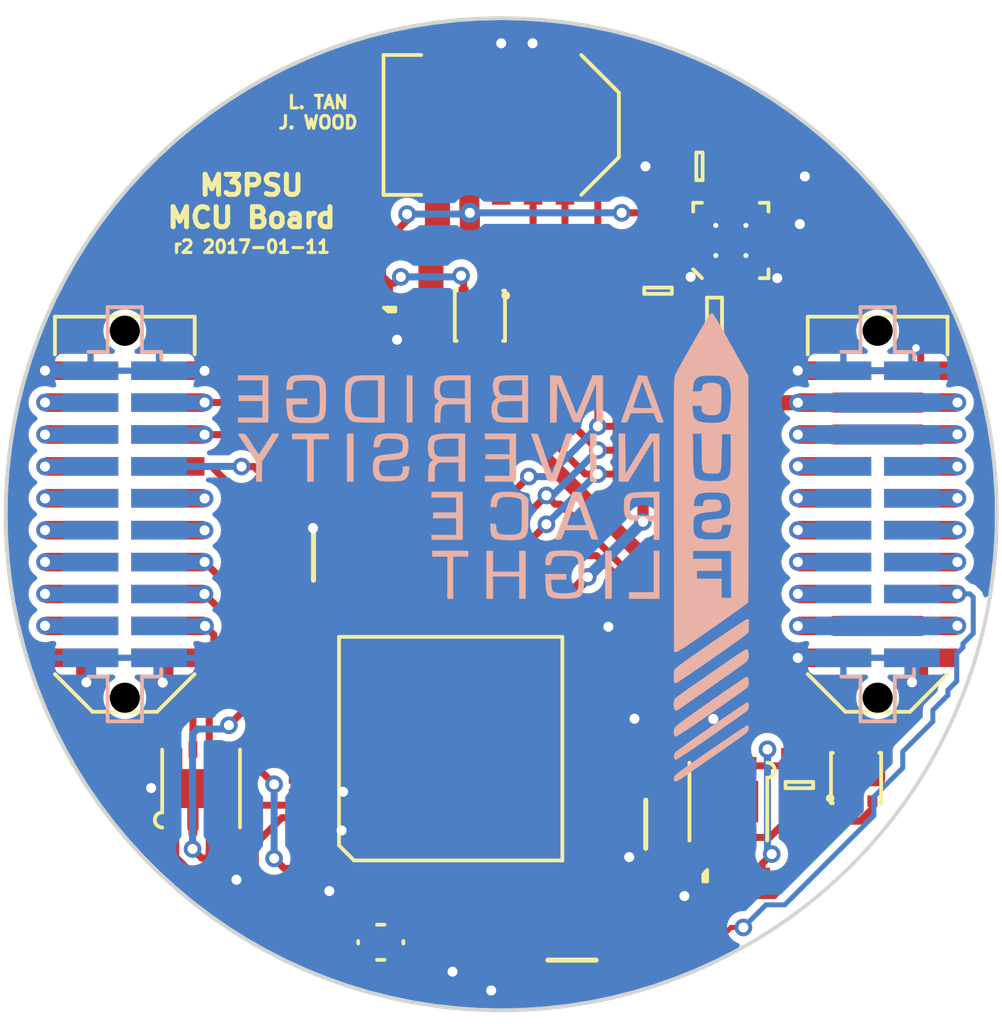
<source format=kicad_pcb>
(kicad_pcb (version 20221018) (generator pcbnew)
  (title_block (title "M3PSU - MCU Board") (date "2016-06-29") (rev "1") (company "CU Spaceflight") (comment 1 "Drawn by: Levin Tan, Jamie Wood"))
  (layers (0 "F.Cu" signal) (31 "B.Cu" signal) (34 "B.Paste" user) (35 "F.Paste" user) (36 "B.SilkS" user "B.Silkscreen") (37 "F.SilkS" user "F.Silkscreen") (38 "B.Mask" user) (39 "F.Mask" user) (44 "Edge.Cuts" user))
  (net 0 "")
  (net 1 "GND")
  (net 2 "Net-(C1-Pad2)")
  (net 3 "Net-(C2-Pad1)")
  (net 4 "3v3")
  (net 5 "Net-(C10-Pad1)")
  (net 6 "Net-(C11-Pad1)")
  (net 7 "Net-(C13-Pad1)")
  (net 8 "/5v_CAN")
  (net 9 "VBATT")
  (net 10 "Net-(IC1-Pad6)")
  (net 11 "/SDA")
  (net 12 "/SCL")
  (net 13 "/~{ALERT}")
  (net 14 "/JTMS")
  (net 15 "/JTCK")
  (net 16 "/JTDI")
  (net 17 "/JTDO")
  (net 18 "/CAN_RXD")
  (net 19 "/CAN_TXD")
  (net 20 "Net-(IC2-Pad1)")
  (net 21 "/CAN-")
  (net 22 "/CAN+")
  (net 23 "VCC")
  (net 24 "Net-(IC5-Pad10)")
  (net 25 "/3v3_IMU")
  (net 26 "/3v3_RADIO")
  (net 27 "/3v3_FC")
  (net 28 "/3v3_PYRO")
  (net 29 "/JTDR")
  (net 30 "/3v3_DL")
  (net 31 "/RSVD1")
  (net 32 "/3v3_AUX1")
  (net 33 "/3v3_AUX2")
  (net 34 "/RSVD2")
  (net 35 "/PYRO_SO")
  (net 36 "/PYRO_SI")
  (net 37 "/5v_RADIO")
  (net 38 "/PYRO1")
  (net 39 "/5v_IMU")
  (net 40 "/5v_AUX1")
  (net 41 "/5v_AUX2")
  (net 42 "/5v_CAM")
  (net 43 "/PWR")
  (net 44 "/EN_PYRO")
  (net 45 "/PYRO2")
  (net 46 "/PYRO3")
  (net 47 "/PYRO4")
  (net 48 "Net-(Q8-PadG)")
  (net 49 "/~{WAKE}")
  (net 50 "/EN_POWER")
  (net 51 "Net-(Q1-PadG)")
  (net 52 "/CHARGE")
  (footprint "agg:0402" (layer "F.Cu") (at 97.34 117.76 90)
    (fp_text reference "C1")
    (fp_text value "10p")
  )
  (footprint "agg:0402" (layer "F.Cu") (at 93.15 116.82 90)
    (fp_text reference "C2")
    (fp_text value "10p")
  )
  (footprint "agg:0402" (layer "F.Cu") (at 106.23 112.34 90)
    (fp_text reference "C3")
    (fp_text value "4µ7")
  )
  (footprint "agg:0402" (layer "F.Cu") (at 105.3 104.94 -90)
    (fp_text reference "C4")
    (fp_text value "100n")
  )
  (footprint "agg:0402" (layer "F.Cu") (at 91.94 114.55 90)
    (fp_text reference "C5")
    (fp_text value "100n")
  )
  (footprint "agg:0402" (layer "F.Cu") (at 100.05 116.88)
    (fp_text reference "C6")
    (fp_text value "1µ")
  )
  (footprint "agg:0402" (layer "F.Cu") (at 105.29 112.34 90)
    (fp_text reference "C7")
    (fp_text value "100n")
  )
  (footprint "agg:0402" (layer "F.Cu") (at 91.92 101.69 -90)
    (fp_text reference "C8")
    (fp_text value "100n")
  )
  (footprint "agg:0402" (layer "F.Cu") (at 100.05 118.08)
    (fp_text reference "C9")
    (fp_text value "100n")
  )
  (footprint "agg:0402" (layer "F.Cu") (at 93.13 101.69 90)
    (fp_text reference "C10")
    (fp_text value "2µ2")
  )
  (footprint "agg:0402" (layer "F.Cu") (at 105.3 106.86 -90)
    (fp_text reference "C11")
    (fp_text value "2µ2")
  )
  (footprint "agg:0805" (layer "F.Cu") (at 107.9 86.15 180)
    (fp_text reference "C12")
    (fp_text value "22µ")
  )
  (footprint "agg:0402" (layer "F.Cu") (at 111.95 87.5)
    (fp_text reference "C13")
    (fp_text value "3n3")
  )
  (footprint "agg:0805" (layer "F.Cu") (at 106.25 91.1 90)
    (fp_text reference "C14")
    (fp_text value "22µ")
  )
  (footprint "agg:0402" (layer "F.Cu") (at 88.98 113.69)
    (fp_text reference "C16")
    (fp_text value "100n")
  )
  (footprint "agg:LQFP-64" (layer "F.Cu") (at 97.986 109.332 90)
    (fp_text reference "IC1")
    (fp_text value "STM32F405RxTx")
  )
  (footprint "agg:QFN-16-EP-TI" (layer "F.Cu") (at 109.15 89.1 90)
    (fp_text reference "IC2")
    (fp_text value "TPS62152")
  )
  (footprint "agg:DFN-8-EP-MICROCHIP" (layer "F.Cu") (at 88.04 110.92 90)
    (fp_text reference "IC3")
    (fp_text value "MCP2562")
  )
  (footprint "agg:DFN-10-EP-LT" (layer "F.Cu") (at 109.05 111.44 -90)
    (fp_text reference "IC5")
    (fp_text value "LTC4151")
  )
  (footprint "agg:TFML-110-02-L-D" (layer "F.Cu") (at 85 100 -90)
    (fp_text reference "J1")
    (fp_text value "WEST TOP")
  )
  (footprint "agg:TFML-105-02-L-D" (layer "F.Cu") (at 100 84.5)
    (fp_text reference "J3")
    (fp_text value "NORTH TOP")
  )
  (footprint "agg:TFML-110-02-L-D" (layer "F.Cu") (at 115 100 -90)
    (fp_text reference "J4")
    (fp_text value "EAST TOP")
  )
  (footprint "agg:VLS201610HBX-1" (layer "F.Cu") (at 108.5 92.1 180)
    (fp_text reference "L1")
    (fp_text value "3µ3")
  )
  (footprint "agg:SOT-883-B" (layer "F.Cu") (at 108.13 114.39 -90)
    (fp_text reference "Q9")
    (fp_text value "NFET")
  )
  (footprint "agg:0402" (layer "F.Cu") (at 97.7 116.39 180)
    (fp_text reference "R3")
    (fp_text value "100")
  )
  (footprint "agg:0402" (layer "F.Cu") (at 105.2 98.4 180)
    (fp_text reference "R7")
    (fp_text value "4k7")
  )
  (footprint "agg:0402" (layer "F.Cu") (at 105.2 97.45 180)
    (fp_text reference "R8")
    (fp_text value "4k7")
  )
  (footprint "agg:0402" (layer "F.Cu") (at 105.2 96.5 180)
    (fp_text reference "R10")
    (fp_text value "4k7")
  )
  (footprint "agg:0805" (layer "F.Cu") (at 111.88 110.78 -90)
    (fp_text reference "R15")
    (fp_text value "10m")
  )
  (footprint "agg:0402" (layer "F.Cu") (at 109.95 114.38 180)
    (fp_text reference "R16")
    (fp_text value "33k")
  )
  (footprint "agg:XTAL-20x16" (layer "F.Cu") (at 95.2 117.04 -90)
    (fp_text reference "Y1")
    (fp_text value "26M")
  )
  (footprint "agg:0402" (layer "F.Cu") (at 110.7 86.55)
    (fp_text reference "C19")
    (fp_text value "100n")
  )
  (footprint "agg:0402" (layer "F.Cu") (at 108.95 108.95 180)
    (fp_text reference "C20")
    (fp_text value "100n")
  )
  (footprint "agg:SON2x2" (layer "F.Cu") (at 114.14 110.5)
    (fp_text reference "Q8")
    (fp_text value "PFET")
  )
  (footprint "agg:0402" (layer "F.Cu") (at 106.25 114.75 -90)
    (fp_text reference "R23")
    (fp_text value "33k")
  )
  (footprint "agg:SON2x2" (layer "F.Cu") (at 99.15 92.1 180)
    (fp_text reference "Q1")
    (fp_text value "PFET")
  )
  (footprint "agg:SOT-883-B" (layer "F.Cu") (at 95.55 91.85)
    (fp_text reference "Q2")
    (fp_text value "NFET")
  )
  (footprint "agg:0402" (layer "F.Cu") (at 102.8 118.25)
    (fp_text reference "R1")
    (fp_text value "100k")
  )
  (footprint "agg:0402" (layer "F.Cu") (at 102.8 117.25)
    (fp_text reference "R2")
    (fp_text value "100k")
  )
  (footprint "agg:0402" (layer "F.Cu") (at 95.1 89.9 -90)
    (fp_text reference "R4")
    (fp_text value "33k")
  )
  (footprint "agg:0402" (layer "F.Cu") (at 95.35 94.05)
    (fp_text reference "R5")
    (fp_text value "33k")
  )
  (footprint "agg:SFML-110-02-L-D-LC" (layer "B.Cu") (at 85 100 -90)
    (fp_text reference "J2")
    (fp_text value "WEST BOT")
  )
  (footprint "agg:SFML-110-02-L-D-LC" (layer "B.Cu") (at 115 100 -90)
    (fp_text reference "J5")
    (fp_text value "EAST BOT")
  )
  (footprint "m3psu:cusf_logo_full" (layer "B.Cu") (at 99.7 101.3 180)
    (fp_text reference "G***" hide)
    (fp_text value "LOGO" hide)
  )
  (gr_line (start 101.86 117.75) (end 103.78 117.75) (stroke (width 0.2)) (layer "F.SilkS"))
  (gr_line (start 92.52 100.73) (end 92.52 102.63) (stroke (width 0.2)) (layer "F.SilkS"))
  (gr_line (start 105.76 111.38) (end 105.76 113.3) (stroke (width 0.2)) (layer "F.SilkS"))
  (gr_circle (center 100 100) (end 119.75 100) (stroke (width 0.15)) (fill none) (layer "Edge.Cuts"))
  (gr_text "M3PSU\nMCU Board" (at 90.05 87.55) (layer "F.SilkS") (effects (font (size 0.8 0.8) (thickness 0.2))))
  (gr_text "r2 2017-01-11" (at 90.05 89.35) (layer "F.SilkS") (effects (font (size 0.5 0.5) (thickness 0.125))))
  (gr_text "L. TAN\nJ. WOOD" (at 92.7 84) (layer "F.SilkS") (effects (font (size 0.5 0.5) (thickness 0.125))))
  (segment (start 87.065 110.545) (end 87.44 110.92) (width 0.45) (layer "F.Cu") (net 1))
  (segment (start 87.715 111.245) (end 88.04 110.92) (width 0.45) (layer "F.Cu") (net 1))
  (segment (start 97.05 118.21) (end 96.455 117.615) (width 0.28) (layer "F.Cu") (net 1))
  (segment (start 96.455 117.615) (end 95.925 117.615) (width 0.28) (layer "F.Cu") (net 1))
  (segment (start 91.94 115.16) (end 91.94 115) (width 0.28) (layer "F.Cu") (net 1))
  (segment (start 105.082 112.582) (end 105.29 112.79) (width 0.28) (layer "F.Cu") (net 1))
  (segment (start 88.175 94.285) (end 88.18 94.29) (width 0.28) (layer "F.Cu") (net 1))
  (segment (start 93.632 112.582) (end 93.64 112.59) (width 0.28) (layer "F.Cu") (net 1))
  (segment (start 81.825 94.285) (end 81.82 94.28) (width 0.28) (layer "F.Cu") (net 1))
  (segment (start 111.825 105.715) (end 111.82 105.72) (width 0.28) (layer "F.Cu") (net 1))
  (segment (start 111.825 94.285) (end 111.82 94.28) (width 0.28) (layer "F.Cu") (net 1))
  (segment (start 116.715 93.565) (end 116.53 93.38) (width 0.28) (layer "F.Cu") (net 1))
  (segment (start 104.28 104.49) (end 104.27 104.48) (width 0.28) (layer "F.Cu") (net 1))
  (segment (start 105.3 108.13) (end 105.31 108.14) (width 0.28) (layer "F.Cu") (net 1))
  (segment (start 108.55 110.94) (end 109.05 111.44) (width 0.28) (layer "F.Cu") (net 1))
  (segment (start 109.55 111.94) (end 109.05 111.44) (width 0.28) (layer "F.Cu") (net 1))
  (segment (start 86.51 106.7) (end 86.715 106.495) (width 0.45) (layer "F.Cu") (net 1))
  (segment (start 86.715 106.495) (end 86.715 105.715) (width 0.45) (layer "F.Cu") (net 1))
  (segment (start 83.285 106.505) (end 83.47 106.69) (width 0.45) (layer "F.Cu") (net 1))
  (segment (start 116.37 106.69) (end 116.715 106.345) (width 0.6) (layer "F.Cu") (net 1))
  (segment (start 116.715 106.345) (end 116.715 105.715) (width 0.6) (layer "F.Cu") (net 1))
  (segment (start 97.34 118.21) (end 97.05 118.21) (width 0.28) (layer "F.Cu") (net 1))
  (segment (start 87.715 112.47) (end 87.715 111.245) (width 0.45) (layer "F.Cu") (net 1))
  (segment (start 107.75 89.35) (end 107.75 89.85) (width 0.2) (layer "F.Cu") (net 1))
  (segment (start 116.715 94.285) (end 113.285 94.285) (width 0.28) (layer "F.Cu") (net 1))
  (segment (start 107.78 114.615) (end 107.38 114.615) (width 0.2) (layer "F.Cu") (net 1))
  (segment (start 89.43 114.53) (end 89.45 114.55) (width 0.28) (layer "F.Cu") (net 1))
  (segment (start 105.29 112.79) (end 106.23 112.79) (width 0.28) (layer "F.Cu") (net 1))
  (segment (start 99.736 115.032) (end 99.736 116.744) (width 0.28) (layer "F.Cu") (net 1))
  (segment (start 99.6 116.88) (end 99.6 118.08) (width 0.28) (layer "F.Cu") (net 1))
  (segment (start 111.15 86.55) (end 112.1 86.55) (width 0.28) (layer "F.Cu") (net 1))
  (segment (start 107.38 114.615) (end 107.3 114.695) (width 0.2) (layer "F.Cu") (net 1))
  (segment (start 107.75 89.85) (end 106.6 89.85) (width 0.2) (layer "F.Cu") (net 1))
  (segment (start 110.55 89.85) (end 110.55 90.15) (width 0.28) (layer "F.Cu") (net 1))
  (segment (start 99.736 116.744) (end 99.6 116.88) (width 0.28) (layer "F.Cu") (net 1))
  (segment (start 94.475 116.465) (end 93.245 116.465) (width 0.28) (layer "F.Cu") (net 1))
  (segment (start 112.4 87.95) (end 111.9 88.45) (width 0.28) (layer "F.Cu") (net 1))
  (segment (start 108.55 109) (end 108.5 108.95) (width 0.28) (layer "F.Cu") (net 1))
  (segment (start 108.55 110.015) (end 108.55 109) (width 0.28) (layer "F.Cu") (net 1))
  (segment (start 92.286 112.582) (end 93.632 112.582) (width 0.28) (layer "F.Cu") (net 1))
  (segment (start 89.43 113.69) (end 89.43 114.53) (width 0.28) (layer "F.Cu") (net 1))
  (segment (start 99.6 118.08) (end 99.6 118.96) (width 0.28) (layer "F.Cu") (net 1))
  (segment (start 105.3 104.49) (end 104.28 104.49) (width 0.28) (layer "F.Cu") (net 1))
  (segment (start 87.065 109.37) (end 87.065 110.545) (width 0.45) (layer "F.Cu") (net 1))
  (segment (start 105.29 112.79) (end 105.29 113.46) (width 0.28) (layer "F.Cu") (net 1))
  (segment (start 113.285 105.715) (end 111.825 105.715) (width 0.6) (layer "F.Cu") (net 1))
  (segment (start 95.8 94.05) (end 95.8 93.1) (width 0.28) (layer "F.Cu") (net 1))
  (segment (start 101.27 81.27) (end 101.25 81.25) (width 0.8) (layer "F.Cu") (net 1))
  (segment (start 83.285 94.285) (end 81.825 94.285) (width 0.6) (layer "F.Cu") (net 1))
  (segment (start 92.286 111.082) (end 93.668 111.082) (width 0.28) (layer "F.Cu") (net 1))
  (segment (start 113.285 94.285) (end 111.825 94.285) (width 0.6) (layer "F.Cu") (net 1))
  (segment (start 116.715 94.285) (end 116.715 93.565) (width 0.28) (layer "F.Cu") (net 1))
  (segment (start 91.94 115) (end 93.15 115) (width 0.28) (layer "F.Cu") (net 1))
  (segment (start 95.775 92.975) (end 95.85 93.05) (width 0.28) (layer "F.Cu") (net 1))
  (segment (start 110.55 90.15) (end 111 90.6) (width 0.28) (layer "F.Cu") (net 1))
  (segment (start 97.34 118.21) (end 98.06 118.21) (width 0.28) (layer "F.Cu") (net 1))
  (segment (start 106.25 115.2) (end 107.3 115.2) (width 0.28) (layer "F.Cu") (net 1))
  (segment (start 106.6 89.85) (end 106.25 90.2) (width 0.2) (layer "F.Cu") (net 1))
  (segment (start 108.55 110.015) (end 109.05 110.015) (width 0.28) (layer "F.Cu") (net 1))
  (segment (start 83.285 105.715) (end 83.285 106.505) (width 0.45) (layer "F.Cu") (net 1))
  (segment (start 112.4 87.5) (end 112.4 87.95) (width 0.28) (layer "F.Cu") (net 1))
  (segment (start 108.5 108.2) (end 108.45 108.15) (width 0.28) (layer "F.Cu") (net 1))
  (segment (start 109.55 112.865) (end 109.55 111.94) (width 0.28) (layer "F.Cu") (net 1))
  (segment (start 101.27 82.785) (end 100 82.785) (width 0.8) (layer "F.Cu") (net 1))
  (segment (start 111.8 88.35) (end 111.9 88.45) (width 0.28) (layer "F.Cu") (net 1))
  (segment (start 106.25 90.2) (end 107.2 90.2) (width 0.2) (layer "F.Cu") (net 1))
  (segment (start 107.2 90.2) (end 107.55 90.55) (width 0.2) (layer "F.Cu") (net 1))
  (segment (start 105.29 113.46) (end 105.1 113.65) (width 0.28) (layer "F.Cu") (net 1))
  (segment (start 86.07 110.92) (end 86.05 110.9) (width 0.45) (layer "F.Cu") (net 1))
  (segment (start 107.3 114.695) (end 107.3 115.2) (width 0.2) (layer "F.Cu") (net 1))
  (segment (start 107 86.15) (end 105.75 86.15) (width 0.45) (layer "F.Cu") (net 1))
  (segment (start 93.668 111.082) (end 93.7 111.05) (width 0.28) (layer "F.Cu") (net 1))
  (segment (start 95.8 93.1) (end 95.85 93.05) (width 0.28) (layer "F.Cu") (net 1))
  (segment (start 93.15 115) (end 93.15 116.37) (width 0.28) (layer "F.Cu") (net 1))
  (segment (start 88.04 110.92) (end 86.07 110.92) (width 0.45) (layer "F.Cu") (net 1))
  (segment (start 100 82.785) (end 100 81.25) (width 0.8) (layer "F.Cu") (net 1))
  (segment (start 105.3 107.31) (end 105.3 108.13) (width 0.28) (layer "F.Cu") (net 1))
  (segment (start 95.775 92.2) (end 95.775 92.975) (width 0.28) (layer "F.Cu") (net 1))
  (segment (start 110.55 88.35) (end 111.8 88.35) (width 0.28) (layer "F.Cu") (net 1))
  (segment (start 112.1 86.55) (end 112.4 86.85) (width 0.28) (layer "F.Cu") (net 1))
  (segment (start 112.4 86.85) (end 112.4 87.5) (width 0.28) (layer "F.Cu") (net 1))
  (segment (start 91.92 101.24) (end 91.92 101.13) (width 0.28) (layer "F.Cu") (net 1))
  (segment (start 101.27 82.785) (end 101.27 81.27) (width 0.8) (layer "F.Cu") (net 1))
  (segment (start 86.715 94.285) (end 88.175 94.285) (width 0.6) (layer "F.Cu") (net 1))
  (segment (start 108.55 110.015) (end 108.05 110.015) (width 0.28) (layer "F.Cu") (net 1))
  (segment (start 108.5 108.95) (end 108.5 108.2) (width 0.28) (layer "F.Cu") (net 1))
  (segment (start 108.55 110.015) (end 108.55 110.94) (width 0.28) (layer "F.Cu") (net 1))
  (segment (start 100 82.785) (end 100 83.8) (width 0.2) (layer "F.Cu") (net 1))
  (segment (start 91.92 101.24) (end 93.13 101.24) (width 0.28) (layer "F.Cu") (net 1))
  (segment (start 103.686 112.582) (end 105.082 112.582) (width 0.28) (layer "F.Cu") (net 1))
  (segment (start 110.55 89.35) (end 110.55 89.85) (width 0.28) (layer "F.Cu") (net 1))
  (segment (start 91.92 101.13) (end 92.5 100.55) (width 0.28) (layer "F.Cu") (net 1))
  (via (at 105.31 108.14) (size 0.7) (drill 0.4) (layers "F.Cu" "B.Cu") (net 1))
  (via (at 88.18 94.29) (size 0.7) (drill 0.4) (layers "F.Cu" "B.Cu") (net 1))
  (via (at 111.9 88.45) (size 0.7) (drill 0.4) (layers "F.Cu" "B.Cu") (net 1))
  (via (at 89.45 114.55) (size 0.7) (drill 0.4) (layers "F.Cu" "B.Cu") (net 1))
  (via (at 83.47 106.69) (size 0.7) (drill 0.4) (layers "F.Cu" "B.Cu") (net 1))
  (via (at 112.1 86.55) (size 0.7) (drill 0.4) (layers "F.Cu" "B.Cu") (net 1))
  (via (at 92.5 100.55) (size 0.7) (drill 0.4) (layers "F.Cu" "B.Cu") (net 1))
  (via (at 105.75 86.15) (size 0.8) (drill 0.4) (layers "F.Cu" "B.Cu") (net 1))
  (via (at 111.82 105.72) (size 0.7) (drill 0.4) (layers "F.Cu" "B.Cu") (net 1))
  (via (at 111 90.6) (size 0.7) (drill 0.4) (layers "F.Cu" "B.Cu") (net 1))
  (via (at 98.06 118.21) (size 0.7) (drill 0.4) (layers "F.Cu" "B.Cu") (net 1))
  (via (at 116.37 106.69) (size 0.7) (drill 0.4) (layers "F.Cu" "B.Cu") (net 1))
  (via (at 111.82 94.28) (size 0.7) (drill 0.4) (layers "F.Cu" "B.Cu") (net 1))
  (via (at 101.25 81.25) (size 0.8) (drill 0.4) (layers "F.Cu" "B.Cu") (net 1))
  (via (at 100 81.25) (size 0.8) (drill 0.4) (layers "F.Cu" "B.Cu") (net 1))
  (via (at 93.64 112.59) (size 0.7) (drill 0.4) (layers "F.Cu" "B.Cu") (net 1))
  (via (at 86.51 106.7) (size 0.7) (drill 0.4) (layers "F.Cu" "B.Cu") (net 1))
  (via (at 86.05 110.9) (size 0.7) (drill 0.4) (layers "F.Cu" "B.Cu") (net 1))
  (via (at 116.53 93.38) (size 0.6) (drill 0.3) (layers "F.Cu" "B.Cu") (net 1))
  (via (at 105.1 113.65) (size 0.7) (drill 0.4) (layers "F.Cu" "B.Cu") (net 1))
  (via (at 104.27 104.48) (size 0.7) (drill 0.4) (layers "F.Cu" "B.Cu") (net 1))
  (via (at 93.15 115) (size 0.7) (drill 0.4) (layers "F.Cu" "B.Cu") (net 1))
  (via (at 95.85 93.05) (size 0.7) (drill 0.4) (layers "F.Cu" "B.Cu") (net 1))
  (via (at 107.55 90.55) (size 0.8) (drill 0.4) (layers "F.Cu" "B.Cu") (net 1))
  (via (at 81.82 94.28) (size 0.7) (drill 0.4) (layers "F.Cu" "B.Cu") (net 1))
  (via (at 99.6 118.96) (size 0.7) (drill 0.4) (layers "F.Cu" "B.Cu") (net 1))
  (via (at 108.45 108.15) (size 0.7) (drill 0.4) (layers "F.Cu" "B.Cu") (net 1))
  (via (at 93.7 111.05) (size 0.7) (drill 0.4) (layers "F.Cu" "B.Cu") (net 1))
  (via (at 107.3 115.2) (size 0.7) (drill 0.4) (layers "F.Cu" "B.Cu") (net 1))
  (segment (start 99.6 118.96) (end 99.6 118.97) (width 0.28) (layer "B.Cu") (net 1))
  (segment (start 88.18 94.29) (end 88.175 94.285) (width 0.28) (layer "B.Cu") (net 1))
  (segment (start 88.175 94.285) (end 86.365 94.285) (width 0.6) (layer "B.Cu") (net 1))
  (segment (start 81.82 94.28) (end 81.825 94.285) (width 0.28) (layer "B.Cu") (net 1))
  (segment (start 81.825 94.285) (end 83.635 94.285) (width 0.6) (layer "B.Cu") (net 1))
  (segment (start 111.82 105.72) (end 111.825 105.715) (width 0.28) (layer "B.Cu") (net 1))
  (segment (start 111.825 105.715) (end 113.635 105.715) (width 0.6) (layer "B.Cu") (net 1))
  (segment (start 111.82 94.28) (end 111.825 94.285) (width 0.28) (layer "B.Cu") (net 1))
  (segment (start 111.825 94.285) (end 113.635 94.285) (width 0.6) (layer "B.Cu") (net 1))
  (segment (start 116.53 93.38) (end 116.365 93.545) (width 0.28) (layer "B.Cu") (net 1))
  (segment (start 116.365 93.545) (end 116.365 94.285) (width 0.28) (layer "B.Cu") (net 1))
  (segment (start 86.365 106.555) (end 86.51 106.7) (width 0.45) (layer "B.Cu") (net 1))
  (segment (start 83.47 106.69) (end 83.635 106.525) (width 0.45) (layer "B.Cu") (net 1))
  (segment (start 83.635 106.525) (end 83.635 105.715) (width 0.45) (layer "B.Cu") (net 1))
  (segment (start 116.365 106.685) (end 116.37 106.69) (width 0.6) (layer "B.Cu") (net 1))
  (segment (start 86.365 105.715) (end 86.365 106.555) (width 0.45) (layer "B.Cu") (net 1))
  (segment (start 116.365 105.715) (end 116.365 106.685) (width 0.6) (layer "B.Cu") (net 1))
  (segment (start 96.096 116.394) (end 96.025 116.465) (width 0.28) (layer "F.Cu") (net 2))
  (segment (start 96.215 116.465) (end 97.06 117.31) (width 0.28) (layer "F.Cu") (net 2))
  (segment (start 97.06 117.31) (end 97.34 117.31) (width 0.28) (layer "F.Cu") (net 2))
  (segment (start 96.236 116.154) (end 95.925 116.465) (width 0.28) (layer "F.Cu") (net 2))
  (segment (start 96.236 115.032) (end 96.236 116.154) (width 0.28) (layer "F.Cu") (net 2))
  (segment (start 96.87 118.87) (end 96.39 118.39) (width 0.28) (layer "F.Cu") (net 3))
  (segment (start 96.39 118.39) (end 95.25 118.39) (width 0.28) (layer "F.Cu") (net 3))
  (segment (start 95.25 118.39) (end 94.475 117.615) (width 0.28) (layer "F.Cu") (net 3))
  (segment (start 93.495 117.615) (end 93.15 117.27) (width 0.28) (layer "F.Cu") (net 3))
  (segment (start 98.85 118.411602) (end 98.85 117.68) (width 0.28) (layer "F.Cu") (net 3))
  (segment (start 98.15 116.98) (end 98.15 116.39) (width 0.28) (layer "F.Cu") (net 3))
  (segment (start 96.87 118.87) (end 97.67 118.87) (width 0.28) (layer "F.Cu") (net 3))
  (segment (start 98.85 117.68) (end 98.15 116.98) (width 0.28) (layer "F.Cu") (net 3))
  (segment (start 97.680001 118.880001) (end 98.381601 118.880001) (width 0.28) (layer "F.Cu") (net 3))
  (segment (start 97.67 118.87) (end 97.680001 118.880001) (width 0.28) (layer "F.Cu") (net 3))
  (segment (start 94.475 117.615) (end 93.495 117.615) (width 0.28) (layer "F.Cu") (net 3))
  (segment (start 98.381601 118.880001) (end 98.85 118.411602) (width 0.28) (layer "F.Cu") (net 3))
  (segment (start 105.098 112.082) (end 105.29 111.89) (width 0.28) (layer "F.Cu") (net 4))
  (segment (start 94.236 114.566) (end 94.236 115.032) (width 0.28) (layer "F.Cu") (net 4))
  (segment (start 91.94 113.428) (end 92.286 113.082) (width 0.28) (layer "F.Cu") (net 4))
  (segment (start 94.16 114.1) (end 94.62 113.64) (width 0.45) (layer "F.Cu") (net 4))
  (segment (start 94.62 113.64) (end 100.26 113.64) (width 0.45) (layer "F.Cu") (net 4))
  (segment (start 94.236 114.176) (end 94.16 114.1) (width 0.28) (layer "F.Cu") (net 4))
  (segment (start 100.236 113.64) (end 100.26 113.616) (width 0.28) (layer "F.Cu") (net 4))
  (segment (start 100.26 113.616) (end 100.26 113.64) (width 0.28) (layer "F.Cu") (net 4))
  (segment (start 100.26 113.64) (end 101.59 113.64) (width 0.45) (layer "F.Cu") (net 4))
  (segment (start 105.108 105.582) (end 105.3 105.39) (width 0.28) (layer "F.Cu") (net 4))
  (segment (start 102.36 112.87) (end 101.59 113.64) (width 0.45) (layer "F.Cu") (net 4))
  (segment (start 102.36 112.082) (end 102.39 112.112) (width 0.28) (layer "F.Cu") (net 4))
  (segment (start 102.39 112.112) (end 102.39 112.12) (width 0.28) (layer "F.Cu") (net 4))
  (segment (start 102.39 112.12) (end 102.36 112.12) (width 0.28) (layer "F.Cu") (net 4))
  (segment (start 102.36 112.12) (end 102.36 112.87) (width 0.45) (layer "F.Cu") (net 4))
  (segment (start 102.36 105.95) (end 102.36 112.12) (width 0.45) (layer "F.Cu") (net 4))
  (segment (start 105.29 111.89) (end 106.23 111.89) (width 0.28) (layer "F.Cu") (net 4))
  (segment (start 100.5 118.08) (end 100.5 116.88) (width 0.28) (layer "F.Cu") (net 4))
  (segment (start 91.35 114.1) (end 90.95 113.7) (width 0.28) (layer "F.Cu") (net 4))
  (segment (start 102.362 105.948) (end 102.36 105.95) (width 0.28) (layer "F.Cu") (net 4))
  (segment (start 100.236 116.316) (end 100.5 116.58) (width 0.28) (layer "F.Cu") (net 4))
  (segment (start 105.65 97.45) (end 105.65 96.5) (width 0.45) (layer "F.Cu") (net 4))
  (segment (start 103.686 112.082) (end 105.098 112.082) (width 0.28) (layer "F.Cu") (net 4))
  (segment (start 103.686 105.582) (end 105.108 105.582) (width 0.28) (layer "F.Cu") (net 4))
  (segment (start 91.92 114.08) (end 91.94 114.1) (width 0.28) (layer "F.Cu") (net 4))
  (segment (start 89.57 109.37) (end 90.95 110.75) (width 0.28) (layer "F.Cu") (net 4))
  (segment (start 111.670001 91.306001) (end 109.626002 93.35) (width 0.28) (layer "F.Cu") (net 4))
  (segment (start 105.65 98.4) (end 105.65 97.45) (width 0.45) (layer "F.Cu") (net 4))
  (segment (start 107.75 92.65) (end 107.75 92.1) (width 0.28) (layer "F.Cu") (net 4))
  (segment (start 91.94 114.1) (end 91.94 113.428) (width 0.28) (layer "F.Cu") (net 4))
  (segment (start 94.11787 105.01) (end 91.92 102.81213) (width 0.45) (layer "F.Cu") (net 4))
  (segment (start 105.2 89.05) (end 105.4 88.85) (width 0.2) (layer "F.Cu") (net 4))
  (segment (start 100.5 116.58) (end 100.5 116.88) (width 0.28) (layer "F.Cu") (net 4))
  (segment (start 103.686 105.582) (end 102.362 105.582) (width 0.28) (layer "F.Cu") (net 4))
  (segment (start 102.36 104.51) (end 101.86 105.01) (width 0.45) (layer "F.Cu") (net 4))
  (segment (start 94.236 102.836) (end 94.190001 102.790001) (width 0.28) (layer "F.Cu") (net 4))
  (segment (start 102.362 105.582) (end 102.362 105.948) (width 0.28) (layer "F.Cu") (net 4))
  (segment (start 101.86 105.01) (end 94.11787 105.01) (width 0.45) (layer "F.Cu") (net 4))
  (segment (start 100.236 115.032) (end 100.236 113.64) (width 0.28) (layer "F.Cu") (net 4))
  (segment (start 91.94 114.1) (end 91.35 114.1) (width 0.28) (layer "F.Cu") (net 4))
  (segment (start 105.65 96.5) (end 105.65 92.6) (width 0.45) (layer "F.Cu") (net 4))
  (segment (start 94.236 103.632) (end 94.236 103.116) (width 0.28) (layer "F.Cu") (net 4))
  (segment (start 102.35 118.25) (end 100.67 118.25) (width 0.2) (layer "F.Cu") (net 4))
  (segment (start 107.65 92) (end 107.75 92.1) (width 0.2) (layer "F.Cu") (net 4))
  (segment (start 105.65 98.4) (end 105.65 100.3) (width 0.45) (layer "F.Cu") (net 4))
  (segment (start 105.65 92.6) (end 106.25 92) (width 0.45) (layer "F.Cu") (net 4))
  (segment (start 110.55 88.85) (end 111.051002 88.85) (width 0.28) (layer "F.Cu") (net 4))
  (segment (start 111.670001 89.468999) (end 111.670001 91.306001) (width 0.28) (layer "F.Cu") (net 4))
  (segment (start 106.25 92) (end 107.65 92) (width 0.2) (layer "F.Cu") (net 4))
  (segment (start 91.92 102.81213) (end 91.92 102.14) (width 0.45) (layer "F.Cu") (net 4))
  (segment (start 105.325 92) (end 105.2 91.875) (width 0.2) (layer "F.Cu") (net 4))
  (segment (start 102.36 104.51) (end 102.36 103.59) (width 0.45) (layer "F.Cu") (net 4))
  (segment (start 91.942129 102.790001) (end 91.92 102.81213) (width 0.28) (layer "F.Cu") (net 4))
  (segment (start 100.67 118.25) (end 100.5 118.08) (width 0.2) (layer "F.Cu") (net 4))
  (segment (start 108.45 93.35) (end 107.75 92.65) (width 0.28) (layer "F.Cu") (net 4))
  (segment (start 103.686 112.082) (end 102.36 112.082) (width 0.28) (layer "F.Cu") (net 4))
  (segment (start 102.36 104.51) (end 102.36 105.95) (width 0.45) (layer "F.Cu") (net 4))
  (segment (start 94.236 103.632) (end 94.236 102.836) (width 0.28) (layer "F.Cu") (net 4))
  (segment (start 105.4 88.85) (end 107.75 88.85) (width 0.2) (layer "F.Cu") (net 4))
  (segment (start 105.2 91.875) (end 105.2 89.05) (width 0.2) (layer "F.Cu") (net 4))
  (segment (start 89.015 109.37) (end 89.57 109.37) (width 0.28) (layer "F.Cu") (net 4))
  (segment (start 91.94 114.1) (end 94.16 114.1) (width 0.45) (layer "F.Cu") (net 4))
  (segment (start 109.626002 93.35) (end 108.45 93.35) (width 0.28) (layer "F.Cu") (net 4))
  (segment (start 94.236 115.032) (end 94.236 114.176) (width 0.28) (layer "F.Cu") (net 4))
  (segment (start 102.36 103.59) (end 103.45 102.5) (width 0.45) (layer "F.Cu") (net 4))
  (segment (start 94.190001 102.790001) (end 91.942129 102.790001) (width 0.28) (layer "F.Cu") (net 4))
  (segment (start 106.25 92) (end 105.325 92) (width 0.2) (layer "F.Cu") (net 4))
  (segment (start 111.051002 88.85) (end 111.670001 89.468999) (width 0.28) (layer "F.Cu") (net 4))
  (segment (start 100.236 115.032) (end 100.236 116.316) (width 0.28) (layer "F.Cu") (net 4))
  (via (at 90.95 113.7) (size 0.7) (drill 0.4) (layers "F.Cu" "B.Cu") (net 4))
  (via (at 105.65 100.3) (size 0.7) (drill 0.4) (layers "F.Cu" "B.Cu") (net 4))
  (via (at 103.45 102.5) (size 0.7) (drill 0.4) (layers "F.Cu" "B.Cu") (net 4))
  (via (at 90.95 110.75) (size 0.7) (drill 0.4) (layers "F.Cu" "B.Cu") (net 4))
  (segment (start 105.65 100.3) (end 103.45 102.5) (width 0.45) (layer "B.Cu") (net 4))
  (segment (start 90.95 110.75) (end 90.95 113.7) (width 0.28) (layer "B.Cu") (net 4))
  (segment (start 94.736 102.646) (end 94.23 102.14) (width 0.28) (layer "F.Cu") (net 5))
  (segment (start 94.23 102.14) (end 93.13 102.14) (width 0.28) (layer "F.Cu") (net 5))
  (segment (start 94.736 103.632) (end 94.736 102.646) (width 0.28) (layer "F.Cu") (net 5))
  (segment (start 104.972 106.082) (end 105.3 106.41) (width 0.28) (layer "F.Cu") (net 6))
  (segment (start 103.686 106.082) (end 104.972 106.082) (width 0.28) (layer "F.Cu") (net 6))
  (segment (start 109.9 87.7) (end 111.3 87.7) (width 0.28) (layer "F.Cu") (net 7))
  (segment (start 111.3 87.7) (end 111.5 87.5) (width 0.28) (layer "F.Cu") (net 7))
  (segment (start 88.175 101.905) (end 88.18 101.9) (width 0.28) (layer "F.Cu") (net 8))
  (segment (start 88.365 113.525) (end 88.53 113.69) (width 0.28) (layer "F.Cu") (net 8))
  (segment (start 89.15 108.4) (end 89.7 107.85) (width 0.28) (layer "F.Cu") (net 8))
  (segment (start 88.18 101.9) (end 89.7 103.42) (width 0.28) (layer "F.Cu") (net 8))
  (segment (start 86.715 101.905) (end 88.175 101.905) (width 0.6) (layer "F.Cu") (net 8))
  (segment (start 88.064998 113.69) (end 87.7 113.325002) (width 0.28) (layer "F.Cu") (net 8))
  (segment (start 89.7 107.85) (end 89.7 103.42) (width 0.28) (layer "F.Cu") (net 8))
  (segment (start 86.715 101.905) (end 85.585 101.905) (width 0.2) (layer "F.Cu") (net 8))
  (segment (start 88.53 113.69) (end 88.064998 113.69) (width 0.28) (layer "F.Cu") (net 8))
  (segment (start 88.365 112.47) (end 88.365 113.525) (width 0.28) (layer "F.Cu") (net 8))
  (segment (start 86.715 101.905) (end 85.605 101.905) (width 0.2) (layer "F.Cu") (net 8))
  (via (at 89.15 108.4) (size 0.7) (drill 0.4) (layers "F.Cu" "B.Cu") (net 8))
  (via (at 88.18 101.9) (size 0.7) (drill 0.4) (layers "F.Cu" "B.Cu") (net 8))
  (via (at 87.7 113.325002) (size 0.7) (drill 0.4) (layers "F.Cu" "B.Cu") (net 8))
  (segment (start 88.18 101.9) (end 88.175 101.905) (width 0.28) (layer "B.Cu") (net 8))
  (segment (start 88.175 101.905) (end 86.365 101.905) (width 0.6) (layer "B.Cu") (net 8))
  (segment (start 87.9 108.55) (end 87.7 108.75) (width 0.28) (layer "B.Cu") (net 8))
  (segment (start 89 108.55) (end 89.15 108.4) (width 0.28) (layer "B.Cu") (net 8))
  (segment (start 87.7 108.75) (end 87.7 113.325002) (width 0.28) (layer "B.Cu") (net 8))
  (segment (start 87.9 108.55) (end 89 108.55) (width 0.28) (layer "B.Cu") (net 8))
  (segment (start 98.75 89.365685) (end 99.475 90.090685) (width 0.8) (layer "F.Cu") (net 9))
  (segment (start 109.85 86.15) (end 110.25 86.55) (width 0.28) (layer "F.Cu") (net 9))
  (segment (start 96.25 88.05) (end 96.25 88.3) (width 0.28) (layer "F.Cu") (net 9))
  (segment (start 98.73 86.215) (end 98.73 87.98) (width 0.8) (layer "F.Cu") (net 9))
  (segment (start 107.4 88) (end 107.75 88.35) (width 0.28) (layer "F.Cu") (net 9))
  (segment (start 98.75 88) (end 98.75 89.365685) (width 0.8) (layer "F.Cu") (net 9))
  (segment (start 108.8 86.15) (end 109.85 86.15) (width 0.28) (layer "F.Cu") (net 9))
  (segment (start 104.8 88) (end 107.4 88) (width 0.28) (layer "F.Cu") (net 9))
  (segment (start 108.9 87.7) (end 109.4 87.7) (width 0.2) (layer "F.Cu") (net 9))
  (segment (start 98.73 87.98) (end 98.75 88) (width 0.8) (layer "F.Cu") (net 9))
  (segment (start 108.9 87.7) (end 108.9 86.25) (width 0.2) (layer "F.Cu") (net 9))
  (segment (start 96.25 88.3) (end 95.1 89.45) (width 0.28) (layer "F.Cu") (net 9))
  (segment (start 99.475 90.090685) (end 99.475 92.1) (width 0.8) (layer "F.Cu") (net 9))
  (segment (start 107.4 88) (end 107.7 87.7) (width 0.28) (layer "F.Cu") (net 9))
  (segment (start 107.7 87.7) (end 108.4 87.7) (width 0.28) (layer "F.Cu") (net 9))
  (segment (start 108.4 87.7) (end 108.9 87.7) (width 0.2) (layer "F.Cu") (net 9))
  (segment (start 108.9 86.25) (end 108.8 86.15) (width 0.2) (layer "F.Cu") (net 9))
  (segment (start 98.73 82.785) (end 98.73 86.215) (width 0.8) (layer "F.Cu") (net 9))
  (via (at 104.8 88) (size 0.7) (drill 0.4) (layers "F.Cu" "B.Cu") (net 9))
  (via (at 96.25 88.05) (size 0.7) (drill 0.4) (layers "F.Cu" "B.Cu") (net 9))
  (via (at 98.75 88) (size 0.8) (drill 0.4) (layers "F.Cu" "B.Cu") (net 9))
  (segment (start 96.25 88.05) (end 98.7 88.05) (width 0.28) (layer "B.Cu") (net 9))
  (segment (start 98.7 88.05) (end 98.75 88) (width 0.28) (layer "B.Cu") (net 9))
  (segment (start 98.75 88) (end 104.8 88) (width 0.28) (layer "B.Cu") (net 9))
  (segment (start 96.736 115.914) (end 97.212 116.39) (width 0.28) (layer "F.Cu") (net 10))
  (segment (start 97.212 116.39) (end 97.25 116.39) (width 0.28) (layer "F.Cu") (net 10))
  (segment (start 96.736 115.032) (end 96.736 115.914) (width 0.28) (layer "F.Cu") (net 10))
  (segment (start 98.236 103.632) (end 98.236 102.602) (width 0.28) (layer "F.Cu") (net 11))
  (segment (start 108.3 113.52) (end 108.55 113.27) (width 0.28) (layer "F.Cu") (net 11))
  (segment (start 103.355026 98.4) (end 101.27 96.314974) (width 0.28) (layer "F.Cu") (net 11))
  (segment (start 100.05 101.65) (end 103.8 101.65) (width 0.28) (layer "F.Cu") (net 11))
  (segment (start 98.236 102.602) (end 99.188 101.65) (width 0.28) (layer "F.Cu") (net 11))
  (segment (start 107.079998 112.799998) (end 107.8 113.52) (width 0.28) (layer "F.Cu") (net 11))
  (segment (start 104.75 98.4) (end 103.85 98.4) (width 0.28) (layer "F.Cu") (net 11))
  (segment (start 101.27 86.215) (end 101.27 96.314974) (width 0.28) (layer "F.Cu") (net 11))
  (segment (start 107.079998 104.929998) (end 107.079998 112.799998) (width 0.28) (layer "F.Cu") (net 11))
  (segment (start 108.55 113.27) (end 108.55 112.865) (width 0.28) (layer "F.Cu") (net 11))
  (segment (start 100.05 101.65) (end 100.55 101.65) (width 0.28) (layer "F.Cu") (net 11))
  (segment (start 103.85 98.4) (end 103.355026 98.4) (width 0.28) (layer "F.Cu") (net 11))
  (segment (start 99.188 101.65) (end 100.05 101.65) (width 0.28) (layer "F.Cu") (net 11))
  (segment (start 100.55 101.65) (end 101.8 100.4) (width 0.28) (layer "F.Cu") (net 11))
  (segment (start 103.8 101.65) (end 107.079998 104.929998) (width 0.28) (layer "F.Cu") (net 11))
  (segment (start 107.8 113.52) (end 108.3 113.52) (width 0.28) (layer "F.Cu") (net 11))
  (via (at 103.85 98.4) (size 0.7) (drill 0.4) (layers "F.Cu" "B.Cu") (net 11))
  (via (at 101.8 100.4) (size 0.7) (drill 0.4) (layers "F.Cu" "B.Cu") (net 11))
  (segment (start 103.8 98.4) (end 103.85 98.4) (width 0.28) (layer "B.Cu") (net 11))
  (segment (start 101.8 100.4) (end 103.8 98.4) (width 0.28) (layer "B.Cu") (net 11))
  (segment (start 103.85 97.45) (end 102.54 96.14) (width 0.28) (layer "F.Cu") (net 12))
  (segment (start 108.05 112.865) (end 107.875 112.865) (width 0.28) (layer "F.Cu") (net 12))
  (segment (start 107.51 104.751876) (end 102.358123 99.599999) (width 0.28) (layer "F.Cu") (net 12))
  (segment (start 107.875 112.865) (end 107.51 112.5) (width 0.28) (layer "F.Cu") (net 12))
  (segment (start 102.149999 99.599999) (end 101.8 99.25) (width 0.28) (layer "F.Cu") (net 12))
  (segment (start 102.358123 99.599999) (end 102.149999 99.599999) (width 0.28) (layer "F.Cu") (net 12))
  (segment (start 102.54 96.14) (end 102.54 86.215) (width 0.28) (layer "F.Cu") (net 12))
  (segment (start 104.75 97.45) (end 103.85 97.45) (width 0.28) (layer "F.Cu") (net 12))
  (segment (start 107.51 112.5) (end 107.51 104.751876) (width 0.28) (layer "F.Cu") (net 12))
  (segment (start 97.736 103.632) (end 97.736 102.493876) (width 0.28) (layer "F.Cu") (net 12))
  (segment (start 99.029876 101.2) (end 99.85 101.2) (width 0.28) (layer "F.Cu") (net 12))
  (segment (start 97.736 102.493876) (end 99.029876 101.2) (width 0.28) (layer "F.Cu") (net 12))
  (segment (start 99.85 101.2) (end 101.8 99.25) (width 0.28) (layer "F.Cu") (net 12))
  (via (at 103.85 97.45) (size 0.7) (drill 0.4) (layers "F.Cu" "B.Cu") (net 12))
  (via (at 101.8 99.25) (size 0.7) (drill 0.4) (layers "F.Cu" "B.Cu") (net 12))
  (segment (start 102.05 99.25) (end 103.85 97.45) (width 0.28) (layer "B.Cu") (net 12))
  (segment (start 101.8 99.25) (end 102.05 99.25) (width 0.28) (layer "B.Cu") (net 12))
  (segment (start 103.19 82.785) (end 102.54 82.785) (width 0.28) (layer "F.Cu") (net 13))
  (segment (start 103.85 96.5) (end 103.85 83.445) (width 0.28) (layer "F.Cu") (net 13))
  (segment (start 104.75 96.5) (end 103.85 96.5) (width 0.28) (layer "F.Cu") (net 13))
  (segment (start 97.236 103.632) (end 97.236 102.364) (width 0.28) (layer "F.Cu") (net 13))
  (segment (start 97.236 102.364) (end 101.1 98.5) (width 0.28) (layer "F.Cu") (net 13))
  (segment (start 103.85 83.445) (end 103.19 82.785) (width 0.28) (layer "F.Cu") (net 13))
  (via (at 101.1 98.5) (size 0.7) (drill 0.4) (layers "F.Cu" "B.Cu") (net 13))
  (via (at 103.85 96.5) (size 0.7) (drill 0.4) (layers "F.Cu" "B.Cu") (net 13))
  (segment (start 101.85 98.5) (end 103.85 96.5) (width 0.28) (layer "B.Cu") (net 13))
  (segment (start 101.1 98.5) (end 101.85 98.5) (width 0.28) (layer "B.Cu") (net 13))
  (segment (start 88.175 95.555) (end 88.18 95.55) (width 0.28) (layer "F.Cu") (net 14))
  (segment (start 88.18 95.55) (end 89.6 95.55) (width 0.28) (layer "F.Cu") (net 14))
  (segment (start 95.236 101.186) (end 95.236 103.632) (width 0.28) (layer "F.Cu") (net 14))
  (segment (start 86.715 95.555) (end 88.175 95.555) (width 0.6) (layer "F.Cu") (net 14))
  (segment (start 89.6 95.55) (end 95.236 101.186) (width 0.28) (layer "F.Cu") (net 14))
  (via (at 88.18 95.55) (size 0.7) (drill 0.4) (layers "F.Cu" "B.Cu") (net 14))
  (segment (start 88.18 95.55) (end 88.175 95.555) (width 0.28) (layer "B.Cu") (net 14))
  (segment (start 88.175 95.555) (end 86.365 95.555) (width 0.6) (layer "B.Cu") (net 14))
  (segment (start 88.175 96.825) (end 88.18 96.83) (width 0.28) (layer "F.Cu") (net 15))
  (segment (start 91.532 105.582) (end 91.2 105.25) (width 0.28) (layer "F.Cu") (net 15))
  (segment (start 92.286 105.582) (end 91.742002 105.582) (width 0.28) (layer "F.Cu") (net 15))
  (segment (start 92.286 105.582) (end 91.532 105.582) (width 0.28) (layer "F.Cu") (net 15))
  (segment (start 86.715 96.825) (end 88.175 96.825) (width 0.6) (layer "F.Cu") (net 15))
  (segment (start 91.2 97.95) (end 90.08 96.83) (width 0.28) (layer "F.Cu") (net 15))
  (segment (start 90.08 96.83) (end 88.18 96.83) (width 0.28) (layer "F.Cu") (net 15))
  (segment (start 92.286 105.582) (end 92.222 105.582) (width 0.28) (layer "F.Cu") (net 15))
  (segment (start 91.2 105.25) (end 91.2 97.95) (width 0.28) (layer "F.Cu") (net 15))
  (via (at 88.18 96.83) (size 0.7) (drill 0.4) (layers "F.Cu" "B.Cu") (net 15))
  (segment (start 88.18 96.83) (end 88.175 96.825) (width 0.28) (layer "B.Cu") (net 15))
  (segment (start 88.175 96.825) (end 86.365 96.825) (width 0.6) (layer "B.Cu") (net 15))
  (segment (start 90.65 98.605026) (end 90.65 105.476) (width 0.28) (layer "F.Cu") (net 16))
  (segment (start 90.144974 98.1) (end 90.65 98.605026) (width 0.28) (layer "F.Cu") (net 16))
  (segment (start 91.256 106.082) (end 92.286 106.082) (width 0.28) (layer "F.Cu") (net 16))
  (segment (start 89.65 98.1) (end 90.144974 98.1) (width 0.28) (layer "F.Cu") (net 16))
  (segment (start 90.65 105.476) (end 91.256 106.082) (width 0.28) (layer "F.Cu") (net 16))
  (via (at 89.65 98.1) (size 0.7) (drill 0.4) (layers "F.Cu" "B.Cu") (net 16))
  (segment (start 86.365 98.095) (end 89.645 98.095) (width 0.28) (layer "B.Cu") (net 16))
  (segment (start 89.645 98.095) (end 89.65 98.1) (width 0.28) (layer "B.Cu") (net 16))
  (segment (start 91.382 108.582) (end 90.16001 107.36001) (width 0.28) (layer "F.Cu") (net 17))
  (segment (start 90.16001 99.80001) (end 88.455 98.095) (width 0.28) (layer "F.Cu") (net 17))
  (segment (start 90.16001 107.36001) (end 90.16001 99.80001) (width 0.28) (layer "F.Cu") (net 17))
  (segment (start 92.286 108.582) (end 91.382 108.582) (width 0.28) (layer "F.Cu") (net 17))
  (segment (start 88.455 98.095) (end 86.715 98.095) (width 0.28) (layer "F.Cu") (net 17))
  (segment (start 86.715 98.095) (end 87.915 98.095) (width 0.28) (layer "F.Cu") (net 17))
  (segment (start 89.015 112.47) (end 89.47 112.47) (width 0.28) (layer "F.Cu") (net 18))
  (segment (start 89.47 112.47) (end 90.358 111.582) (width 0.28) (layer "F.Cu") (net 18))
  (segment (start 90.358 111.582) (end 92.286 111.582) (width 0.28) (layer "F.Cu") (net 18))
  (segment (start 90.2 114.791602) (end 90.2 113.138) (width 0.28) (layer "F.Cu") (net 19))
  (segment (start 87.065 112.485) (end 87.029999 112.520001) (width 0.28) (layer "F.Cu") (net 19))
  (segment (start 87.029999 113.646603) (end 88.603397 115.220001) (width 0.28) (layer "F.Cu") (net 19))
  (segment (start 89.771601 115.220001) (end 90.2 114.791602) (width 0.28) (layer "F.Cu") (net 19))
  (segment (start 88.603397 115.220001) (end 89.771601 115.220001) (width 0.28) (layer "F.Cu") (net 19))
  (segment (start 91.256 112.082) (end 92.286 112.082) (width 0.28) (layer "F.Cu") (net 19))
  (segment (start 90.2 113.138) (end 91.256 112.082) (width 0.28) (layer "F.Cu") (net 19))
  (segment (start 87.029999 112.520001) (end 87.029999 113.646603) (width 0.28) (layer "F.Cu") (net 19))
  (segment (start 87.065 112.47) (end 87.065 112.485) (width 0.28) (layer "F.Cu") (net 19))
  (segment (start 109.25 92.1) (end 109.25 90.65) (width 0.2) (layer "F.Cu") (net 20))
  (segment (start 109.25 90.65) (end 109.4 90.5) (width 0.2) (layer "F.Cu") (net 20))
  (segment (start 109.4 90.5) (end 108.9 90.5) (width 0.2) (layer "F.Cu") (net 20))
  (segment (start 108.4 90.5) (end 108.9 90.5) (width 0.2) (layer "F.Cu") (net 20))
  (segment (start 88.175 103.175) (end 86.715 103.175) (width 0.6) (layer "F.Cu") (net 21))
  (segment (start 88.175 103.175) (end 89.15 104.15) (width 0.28) (layer "F.Cu") (net 21))
  (segment (start 89.15 106.95) (end 89.15 104.15) (width 0.28) (layer "F.Cu") (net 21))
  (segment (start 88.365 109.37) (end 88.365 107.735) (width 0.28) (layer "F.Cu") (net 21))
  (segment (start 88.365 107.735) (end 89.15 106.95) (width 0.28) (layer "F.Cu") (net 21))
  (via (at 88.175 103.175) (size 0.7) (drill 0.4) (layers "F.Cu" "B.Cu") (net 21))
  (segment (start 88.175 103.175) (end 86.365 103.175) (width 0.6) (layer "B.Cu") (net 21))
  (segment (start 88.195 104.445) (end 88.2 104.45) (width 0.28) (layer "F.Cu") (net 22))
  (segment (start 88.549999 104.799999) (end 88.549999 106.500001) (width 0.28) (layer "F.Cu") (net 22))
  (segment (start 88.2 104.45) (end 88.549999 104.799999) (width 0.28) (layer "F.Cu") (net 22))
  (segment (start 87.715 107.335) (end 87.715 109.37) (width 0.28) (layer "F.Cu") (net 22))
  (segment (start 86.715 104.445) (end 88.195 104.445) (width 0.6) (layer "F.Cu") (net 22))
  (segment (start 88.549999 106.500001) (end 87.715 107.335) (width 0.28) (layer "F.Cu") (net 22))
  (via (at 88.2 104.45) (size 0.7) (drill 0.4) (layers "F.Cu" "B.Cu") (net 22))
  (segment (start 88.2 104.45) (end 88.195 104.445) (width 0.28) (layer "B.Cu") (net 22))
  (segment (start 88.195 104.445) (end 86.365 104.445) (width 0.6) (layer "B.Cu") (net 22))
  (segment (start 111.745 110.015) (end 111.88 109.88) (width 0.28) (layer "F.Cu") (net 23))
  (segment (start 110.4 113.91) (end 110.78 113.53) (width 0.28) (layer "F.Cu") (net 23))
  (segment (start 110.61 109.36) (end 110.61 110.015) (width 0.28) (layer "F.Cu") (net 23))
  (segment (start 110.61 110.015) (end 111.745 110.015) (width 0.28) (layer "F.Cu") (net 23))
  (segment (start 97.2 88.935) (end 97.2 91.932) (width 1) (layer "F.Cu") (net 23))
  (segment (start 109.55 109.1) (end 109.4 108.95) (width 0.28) (layer "F.Cu") (net 23))
  (segment (start 97.46 92.2) (end 97.46 93.5) (width 0.6) (layer "F.Cu") (net 23))
  (segment (start 98.5 92.196) (end 97.464 92.196) (width 0.2) (layer "F.Cu") (net 23))
  (segment (start 97.2 91.932) (end 97.464 92.196) (width 1) (layer "F.Cu") (net 23))
  (segment (start 109.55 110.015) (end 109.55 109.1) (width 0.28) (layer "F.Cu") (net 23))
  (segment (start 97.46 82.785) (end 97.46 86.215) (width 1) (layer "F.Cu") (net 23))
  (segment (start 97.46 88.675) (end 97.2 88.935) (width 1) (layer "F.Cu") (net 23))
  (segment (start 97.46 93.5) (end 108.728402 104.768402) (width 0.6) (layer "F.Cu") (net 23))
  (segment (start 110.4 114.38) (end 110.4 113.91) (width 0.28) (layer "F.Cu") (net 23))
  (segment (start 111.88 109.18) (end 111.88 109.88) (width 0.6) (layer "F.Cu") (net 23))
  (segment (start 109.55 110.015) (end 110.05 110.015) (width 0.28) (layer "F.Cu") (net 23))
  (segment (start 110.75 108.05) (end 111.88 109.18) (width 0.6) (layer "F.Cu") (net 23))
  (segment (start 97.464 92.196) (end 97.46 92.2) (width 0.2) (layer "F.Cu") (net 23))
  (segment (start 110.05 110.015) (end 110.61 110.015) (width 0.28) (layer "F.Cu") (net 23))
  (segment (start 108.728402 104.768402) (end 108.728402 107.2) (width 0.6) (layer "F.Cu") (net 23))
  (segment (start 98.5 92.196) (end 98.02 92.196) (width 0.28) (layer "F.Cu") (net 23))
  (segment (start 97.46 86.215) (end 97.46 88.675) (width 1) (layer "F.Cu") (net 23))
  (segment (start 108.728402 107.2) (end 109.578402 108.05) (width 0.6) (layer "F.Cu") (net 23))
  (segment (start 109.578402 108.05) (end 110.75 108.05) (width 0.6) (layer "F.Cu") (net 23))
  (via (at 110.78 113.53) (size 0.7) (drill 0.4) (layers "F.Cu" "B.Cu") (net 23))
  (via (at 110.61 109.36) (size 0.7) (drill 0.4) (layers "F.Cu" "B.Cu") (net 23))
  (segment (start 110.78 113.53) (end 110.61 113.36) (width 0.28) (layer "B.Cu") (net 23))
  (segment (start 110.61 113.36) (end 110.61 109.36) (width 0.28) (layer "B.Cu") (net 23))
  (segment (start 113.49 110.825) (end 113.815 110.5) (width 0.28) (layer "F.Cu") (net 24))
  (segment (start 113.49 110.175) (end 113.815 110.5) (width 0.28) (layer "F.Cu") (net 24))
  (segment (start 112.635 111.68) (end 113.815 110.5) (width 0.6) (layer "F.Cu") (net 24))
  (segment (start 110.695 112.865) (end 111.88 111.68) (width 0.28) (layer "F.Cu") (net 24))
  (segment (start 114.14 111.4225) (end 113.49 111.4225) (width 0.45) (layer "F.Cu") (net 24))
  (segment (start 113.49 109.5775) (end 113.49 110.175) (width 0.45) (layer "F.Cu") (net 24))
  (segment (start 110.05 112.865) (end 110.695 112.865) (width 0.28) (layer "F.Cu") (net 24))
  (segment (start 111.88 111.68) (end 112.635 111.68) (width 0.6) (layer "F.Cu") (net 24))
  (segment (start 113.49 111.4225) (end 113.49 110.825) (width 0.45) (layer "F.Cu") (net 24))
  (segment (start 114.14 109.5775) (end 113.49 109.5775) (width 0.45) (layer "F.Cu") (net 24))
  (segment (start 111.88 111.68) (end 111.88 111.76) (width 0.45) (layer "F.Cu") (net 24))
  (segment (start 81.825 95.555) (end 81.82 95.55) (width 0.28) (layer "F.Cu") (net 25))
  (segment (start 83.285 95.555) (end 81.825 95.555) (width 0.6) (layer "F.Cu") (net 25))
  (via (at 81.82 95.55) (size 0.7) (drill 0.4) (layers "F.Cu" "B.Cu") (net 25))
  (segment (start 81.82 95.55) (end 81.825 95.555) (width 0.28) (layer "B.Cu") (net 25))
  (segment (start 81.825 95.555) (end 83.635 95.555) (width 0.6) (layer "B.Cu") (net 25))
  (segment (start 81.825 96.825) (end 81.82 96.83) (width 0.28) (layer "F.Cu") (net 26))
  (segment (start 83.285 96.825) (end 81.825 96.825) (width 0.6) (layer "F.Cu") (net 26))
  (via (at 81.82 96.83) (size 0.7) (drill 0.4) (layers "F.Cu" "B.Cu") (net 26))
  (segment (start 81.82 96.83) (end 81.825 96.825) (width 0.28) (layer "B.Cu") (net 26))
  (segment (start 81.825 96.825) (end 83.635 96.825) (width 0.6) (layer "B.Cu") (net 26))
  (segment (start 81.825 98.095) (end 81.82 98.1) (width 0.28) (layer "F.Cu") (net 27))
  (segment (start 83.285 98.095) (end 81.825 98.095) (width 0.6) (layer "F.Cu") (net 27))
  (via (at 81.82 98.1) (size 0.7) (drill 0.4) (layers "F.Cu" "B.Cu") (net 27))
  (segment (start 81.82 98.1) (end 81.825 98.095) (width 0.28) (layer "B.Cu") (net 27))
  (segment (start 81.825 98.095) (end 83.635 98.095) (width 0.6) (layer "B.Cu") (net 27))
  (segment (start 81.825 99.365) (end 81.82 99.37) (width 0.28) (layer "F.Cu") (net 28))
  (segment (start 83.285 99.365) (end 81.825 99.365) (width 0.6) (layer "F.Cu") (net 28))
  (via (at 81.82 99.37) (size 0.7) (drill 0.4) (layers "F.Cu" "B.Cu") (net 28))
  (segment (start 81.82 99.37) (end 81.825 99.365) (width 0.28) (layer "B.Cu") (net 28))
  (segment (start 81.825 99.365) (end 83.635 99.365) (width 0.6) (layer "B.Cu") (net 28))
  (segment (start 88.175 99.365) (end 88.18 99.37) (width 0.28) (layer "F.Cu") (net 29))
  (segment (start 86.715 99.365) (end 88.175 99.365) (width 0.6) (layer "F.Cu") (net 29))
  (via (at 88.18 99.37) (size 0.7) (drill 0.4) (layers "F.Cu" "B.Cu") (net 29))
  (segment (start 88.18 99.37) (end 88.175 99.365) (width 0.28) (layer "B.Cu") (net 29))
  (segment (start 88.175 99.365) (end 86.365 99.365) (width 0.6) (layer "B.Cu") (net 29))
  (segment (start 81.825 100.635) (end 81.82 100.63) (width 0.28) (layer "F.Cu") (net 30))
  (segment (start 83.285 100.635) (end 81.825 100.635) (width 0.6) (layer "F.Cu") (net 30))
  (via (at 81.82 100.63) (size 0.7) (drill 0.4) (layers "F.Cu" "B.Cu") (net 30))
  (segment (start 81.82 100.63) (end 81.825 100.635) (width 0.28) (layer "B.Cu") (net 30))
  (segment (start 81.825 100.635) (end 83.635 100.635) (width 0.6) (layer "B.Cu") (net 30))
  (segment (start 88.175 100.635) (end 88.18 100.64) (width 0.28) (layer "F.Cu") (net 31))
  (segment (start 86.715 100.635) (end 88.175 100.635) (width 0.6) (layer "F.Cu") (net 31))
  (via (at 88.18 100.64) (size 0.7) (drill 0.4) (layers "F.Cu" "B.Cu") (net 31))
  (segment (start 88.18 100.64) (end 88.175 100.635) (width 0.28) (layer "B.Cu") (net 31))
  (segment (start 88.175 100.635) (end 86.365 100.635) (width 0.6) (layer "B.Cu") (net 31))
  (segment (start 81.825 101.905) (end 81.82 101.9) (width 0.28) (layer "F.Cu") (net 32))
  (segment (start 83.285 101.905) (end 81.825 101.905) (width 0.6) (layer "F.Cu") (net 32))
  (via (at 81.82 101.9) (size 0.7) (drill 0.4) (layers "F.Cu" "B.Cu") (net 32))
  (segment (start 81.82 101.9) (end 81.825 101.905) (width 0.28) (layer "B.Cu") (net 32))
  (segment (start 81.825 101.905) (end 83.635 101.905) (width 0.6) (layer "B.Cu") (net 32))
  (segment (start 81.825 103.175) (end 81.82 103.17) (width 0.28) (layer "F.Cu") (net 33))
  (segment (start 83.285 103.175) (end 81.825 103.175) (width 0.6) (layer "F.Cu") (net 33))
  (via (at 81.82 103.17) (size 0.7) (drill 0.4) (layers "F.Cu" "B.Cu") (net 33))
  (segment (start 81.82 103.17) (end 81.825 103.175) (width 0.28) (layer "B.Cu") (net 33))
  (segment (start 81.825 103.175) (end 83.635 103.175) (width 0.6) (layer "B.Cu") (net 33))
  (segment (start 81.825 104.445) (end 81.82 104.44) (width 0.28) (layer "F.Cu") (net 34))
  (segment (start 83.285 104.445) (end 81.825 104.445) (width 0.6) (layer "F.Cu") (net 34))
  (via (at 81.82 104.44) (size 0.7) (drill 0.4) (layers "F.Cu" "B.Cu") (net 34))
  (segment (start 81.82 104.44) (end 81.825 104.445) (width 0.28) (layer "B.Cu") (net 34))
  (segment (start 81.825 104.445) (end 83.635 104.445) (width 0.6) (layer "B.Cu") (net 34))
  (segment (start 118.175 95.555) (end 118.18 95.55) (width 0.28) (layer "F.Cu") (net 35))
  (segment (start 111.82 95.56) (end 111.825 95.555) (width 0.28) (layer "F.Cu") (net 35))
  (segment (start 111.825 95.555) (end 113.285 95.555) (width 0.6) (layer "F.Cu") (net 35))
  (segment (start 114.804 110.39) (end 114.79 110.404) (width 0.28) (layer "F.Cu") (net 35))
  (segment (start 110.8 106.5) (end 112.9 108.6) (width 0.6) (layer "F.Cu") (net 35))
  (segment (start 115 109.041996) (end 115 110.53) (width 0.6) (layer "F.Cu") (net 35))
  (segment (start 114.79 109.5775) (end 114.79 110.404) (width 0.28) (layer "F.Cu") (net 35))
  (segment (start 116.715 95.555) (end 118.175 95.555) (width 0.6) (layer "F.Cu") (net 35))
  (segment (start 116.715 95.555) (end 113.285 95.555) (width 0.8) (layer "F.Cu") (net 35))
  (segment (start 110.8 95.95) (end 110.8 106.5) (width 0.6) (layer "F.Cu") (net 35))
  (segment (start 114.874 110.404) (end 115 110.53) (width 0.2) (layer "F.Cu") (net 35))
  (segment (start 114.558004 108.6) (end 115 109.041996) (width 0.6) (layer "F.Cu") (net 35))
  (segment (start 112.9 108.6) (end 114.558004 108.6) (width 0.6) (layer "F.Cu") (net 35))
  (segment (start 114.79 110.404) (end 114.874 110.404) (width 0.2) (layer "F.Cu") (net 35))
  (segment (start 111.82 95.56) (end 111.19 95.56) (width 0.6) (layer "F.Cu") (net 35))
  (segment (start 111.19 95.56) (end 110.8 95.95) (width 0.6) (layer "F.Cu") (net 35))
  (via (at 118.18 95.55) (size 0.7) (drill 0.4) (layers "F.Cu" "B.Cu") (net 35))
  (via (at 111.82 95.56) (size 0.7) (drill 0.4) (layers "F.Cu" "B.Cu") (net 35))
  (segment (start 118.18 95.55) (end 118.175 95.555) (width 0.28) (layer "B.Cu") (net 35))
  (segment (start 118.175 95.555) (end 116.365 95.555) (width 0.6) (layer "B.Cu") (net 35))
  (segment (start 111.825 95.555) (end 111.82 95.56) (width 0.28) (layer "B.Cu") (net 35))
  (segment (start 113.635 95.555) (end 116.365 95.555) (width 0.8) (layer "B.Cu") (net 35))
  (segment (start 113.635 95.555) (end 111.825 95.555) (width 0.6) (layer "B.Cu") (net 35))
  (segment (start 118.175 96.825) (end 118.18 96.82) (width 0.28) (layer "F.Cu") (net 36))
  (segment (start 111.825 96.825) (end 111.82 96.83) (width 0.28) (layer "F.Cu") (net 36))
  (segment (start 116.715 96.825) (end 113.285 96.825) (width 0.8) (layer "F.Cu") (net 36))
  (segment (start 116.715 96.825) (end 118.175 96.825) (width 0.6) (layer "F.Cu") (net 36))
  (segment (start 113.285 96.825) (end 111.825 96.825) (width 0.6) (layer "F.Cu") (net 36))
  (via (at 111.82 96.83) (size 0.7) (drill 0.4) (layers "F.Cu" "B.Cu") (net 36))
  (via (at 118.18 96.82) (size 0.7) (drill 0.4) (layers "F.Cu" "B.Cu") (net 36))
  (segment (start 118.18 96.82) (end 118.175 96.825) (width 0.28) (layer "B.Cu") (net 36))
  (segment (start 118.175 96.825) (end 116.365 96.825) (width 0.6) (layer "B.Cu") (net 36))
  (segment (start 111.82 96.83) (end 111.825 96.825) (width 0.28) (layer "B.Cu") (net 36))
  (segment (start 111.825 96.825) (end 113.635 96.825) (width 0.6) (layer "B.Cu") (net 36))
  (segment (start 113.635 96.825) (end 116.365 96.825) (width 0.8) (layer "B.Cu") (net 36))
  (segment (start 111.82 98.09) (end 111.825 98.095) (width 0.28) (layer "F.Cu") (net 37))
  (segment (start 111.825 98.095) (end 113.285 98.095) (width 0.6) (layer "F.Cu") (net 37))
  (via (at 111.82 98.09) (size 0.7) (drill 0.4) (layers "F.Cu" "B.Cu") (net 37))
  (segment (start 111.825 98.095) (end 111.82 98.09) (width 0.28) (layer "B.Cu") (net 37))
  (segment (start 113.635 98.095) (end 111.825 98.095) (width 0.6) (layer "B.Cu") (net 37))
  (segment (start 118.18 98.1) (end 118.175 98.095) (width 0.28) (layer "F.Cu") (net 38))
  (segment (start 118.175 98.095) (end 116.715 98.095) (width 0.6) (layer "F.Cu") (net 38))
  (via (at 118.18 98.1) (size 0.7) (drill 0.4) (layers "F.Cu" "B.Cu") (net 38))
  (segment (start 118.175 98.095) (end 118.18 98.1) (width 0.28) (layer "B.Cu") (net 38))
  (segment (start 116.365 98.095) (end 118.175 98.095) (width 0.6) (layer "B.Cu") (net 38))
  (segment (start 111.82 99.36) (end 111.825 99.365) (width 0.28) (layer "F.Cu") (net 39))
  (segment (start 111.825 99.365) (end 113.285 99.365) (width 0.6) (layer "F.Cu") (net 39))
  (via (at 111.82 99.36) (size 0.7) (drill 0.4) (layers "F.Cu" "B.Cu") (net 39))
  (segment (start 111.825 99.365) (end 111.82 99.36) (width 0.28) (layer "B.Cu") (net 39))
  (segment (start 113.635 99.365) (end 111.825 99.365) (width 0.6) (layer "B.Cu") (net 39))
  (segment (start 111.825 100.635) (end 111.82 100.63) (width 0.28) (layer "F.Cu") (net 40))
  (segment (start 113.285 100.635) (end 111.825 100.635) (width 0.6) (layer "F.Cu") (net 40))
  (via (at 111.82 100.63) (size 0.7) (drill 0.4) (layers "F.Cu" "B.Cu") (net 40))
  (segment (start 111.82 100.63) (end 111.825 100.635) (width 0.28) (layer "B.Cu") (net 40))
  (segment (start 111.825 100.635) (end 113.635 100.635) (width 0.6) (layer "B.Cu") (net 40))
  (segment (start 111.825 101.905) (end 111.82 101.9) (width 0.28) (layer "F.Cu") (net 41))
  (segment (start 113.285 101.905) (end 111.825 101.905) (width 0.6) (layer "F.Cu") (net 41))
  (via (at 111.82 101.9) (size 0.7) (drill 0.4) (layers "F.Cu" "B.Cu") (net 41))
  (segment (start 111.82 101.9) (end 111.825 101.905) (width 0.28) (layer "B.Cu") (net 41))
  (segment (start 111.825 101.905) (end 113.635 101.905) (width 0.6) (layer "B.Cu") (net 41))
  (segment (start 111.82 103.17) (end 111.825 103.175) (width 0.28) (layer "F.Cu") (net 42))
  (segment (start 111.825 103.175) (end 113.285 103.175) (width 0.6) (layer "F.Cu") (net 42))
  (via (at 111.82 103.17) (size 0.7) (drill 0.4) (layers "F.Cu" "B.Cu") (net 42))
  (segment (start 111.825 103.175) (end 111.82 103.17) (width 0.28) (layer "B.Cu") (net 42))
  (segment (start 113.635 103.175) (end 111.825 103.175) (width 0.6) (layer "B.Cu") (net 42))
  (segment (start 118.18 103.17) (end 118.175 103.175) (width 0.28) (layer "F.Cu") (net 43))
  (segment (start 118.175 103.175) (end 116.715 103.175) (width 0.6) (layer "F.Cu") (net 43))
  (segment (start 109.155026 116.45) (end 108.705026 116.9) (width 0.2) (layer "F.Cu") (net 43))
  (segment (start 106.75 116.9) (end 106.4 117.25) (width 0.2) (layer "F.Cu") (net 43))
  (segment (start 108.705026 116.9) (end 106.75 116.9) (width 0.2) (layer "F.Cu") (net 43))
  (segment (start 106.4 117.25) (end 103.25 117.25) (width 0.2) (layer "F.Cu") (net 43))
  (segment (start 109.65 116.45) (end 109.155026 116.45) (width 0.2) (layer "F.Cu") (net 43))
  (segment (start 103.25 118.25) (end 103.25 117.25) (width 0.2) (layer "F.Cu") (net 43))
  (via (at 118.18 103.17) (size 0.7) (drill 0.4) (layers "F.Cu" "B.Cu") (net 43))
  (via (at 109.65 116.45) (size 0.7) (drill 0.4) (layers "F.Cu" "B.Cu") (net 43))
  (segment (start 118.175 103.175) (end 118.18 103.17) (width 0.28) (layer "B.Cu") (net 43))
  (segment (start 117.2 108.25) (end 117.2 107.8) (width 0.2) (layer "B.Cu") (net 43))
  (segment (start 118.4 105.152402) (end 118.810001 104.742401) (width 0.2) (layer "B.Cu") (net 43))
  (segment (start 118.810001 104.742401) (end 118.810001 103.305027) (width 0.2) (layer "B.Cu") (net 43))
  (segment (start 116 109.45) (end 117.2 108.25) (width 0.2) (layer "B.Cu") (net 43))
  (segment (start 117.2 107.8) (end 117.8 107.2) (width 0.2) (layer "B.Cu") (net 43))
  (segment (start 118.15 105.55) (end 118.4 105.3) (width 0.2) (layer "B.Cu") (net 43))
  (segment (start 110.55 115.55) (end 111.3 115.55) (width 0.2) (layer "B.Cu") (net 43))
  (segment (start 118.4 105.3) (end 118.4 105.152402) (width 0.2) (layer "B.Cu") (net 43))
  (segment (start 111.3 115.55) (end 114.85 112) (width 0.2) (layer "B.Cu") (net 43))
  (segment (start 117.8 107) (end 118.15 106.65) (width 0.2) (layer "B.Cu") (net 43))
  (segment (start 118.15 106.65) (end 118.15 105.55) (width 0.2) (layer "B.Cu") (net 43))
  (segment (start 109.65 116.45) (end 110.55 115.55) (width 0.2) (layer "B.Cu") (net 43))
  (segment (start 114.85 112) (end 114.85 111.25) (width 0.2) (layer "B.Cu") (net 43))
  (segment (start 114.85 111.25) (end 116 110.1) (width 0.2) (layer "B.Cu") (net 43))
  (segment (start 117.8 107.2) (end 117.8 107) (width 0.2) (layer "B.Cu") (net 43))
  (segment (start 118.674974 103.17) (end 118.18 103.17) (width 0.2) (layer "B.Cu") (net 43))
  (segment (start 118.810001 103.305027) (end 118.674974 103.17) (width 0.2) (layer "B.Cu") (net 43))
  (segment (start 116.365 103.175) (end 118.175 103.175) (width 0.6) (layer "B.Cu") (net 43))
  (segment (start 116 110.1) (end 116 109.45) (width 0.2) (layer "B.Cu") (net 43))
  (segment (start 107.705 114.165) (end 107.58 114.04) (width 0.2) (layer "F.Cu") (net 44))
  (segment (start 107.58 114.04) (end 107.78 114.165) (width 0.2) (layer "F.Cu") (net 44))
  (segment (start 107.11 114.04) (end 107.58 114.04) (width 0.28) (layer "F.Cu") (net 44))
  (segment (start 107.11 114.04) (end 106.85 114.3) (width 0.28) (layer "F.Cu") (net 44))
  (segment (start 107.78 114.165) (end 107.705 114.165) (width 0.2) (layer "F.Cu") (net 44))
  (segment (start 101.736 115.032) (end 102.166 115.032) (width 0.28) (layer "F.Cu") (net 44))
  (segment (start 102.166 115.032) (end 102.628001 114.569999) (width 0.28) (layer "F.Cu") (net 44))
  (segment (start 102.628001 114.569999) (end 105.390001 114.569999) (width 0.28) (layer "F.Cu") (net 44))
  (segment (start 105.66 114.3) (end 106.25 114.3) (width 0.28) (layer "F.Cu") (net 44))
  (segment (start 106.85 114.3) (end 106.25 114.3) (width 0.28) (layer "F.Cu") (net 44))
  (segment (start 105.390001 114.569999) (end 105.66 114.3) (width 0.28) (layer "F.Cu") (net 44))
  (segment (start 118.175 99.365) (end 118.18 99.36) (width 0.6) (layer "F.Cu") (net 45))
  (segment (start 116.715 99.365) (end 118.175 99.365) (width 0.6) (layer "F.Cu") (net 45))
  (via (at 118.18 99.36) (size 0.7) (drill 0.4) (layers "F.Cu" "B.Cu") (net 45))
  (segment (start 118.18 99.36) (end 118.175 99.365) (width 0.6) (layer "B.Cu") (net 45))
  (segment (start 118.175 99.365) (end 116.365 99.365) (width 0.6) (layer "B.Cu") (net 45))
  (segment (start 118.18 100.63) (end 118.175 100.635) (width 0.28) (layer "F.Cu") (net 46))
  (segment (start 118.175 100.635) (end 116.715 100.635) (width 0.6) (layer "F.Cu") (net 46))
  (via (at 118.18 100.63) (size 0.7) (drill 0.4) (layers "F.Cu" "B.Cu") (net 46))
  (segment (start 118.175 100.635) (end 118.18 100.63) (width 0.28) (layer "B.Cu") (net 46))
  (segment (start 116.365 100.635) (end 118.175 100.635) (width 0.6) (layer "B.Cu") (net 46))
  (segment (start 118.175 101.905) (end 118.18 101.9) (width 0.28) (layer "F.Cu") (net 47))
  (segment (start 116.715 101.905) (end 118.175 101.905) (width 0.6) (layer "F.Cu") (net 47))
  (via (at 118.18 101.9) (size 0.7) (drill 0.4) (layers "F.Cu" "B.Cu") (net 47))
  (segment (start 118.18 101.9) (end 118.175 101.905) (width 0.28) (layer "B.Cu") (net 47))
  (segment (start 118.175 101.905) (end 116.365 101.905) (width 0.6) (layer "B.Cu") (net 47))
  (segment (start 109.49 114.39) (end 109.5 114.38) (width 0.28) (layer "F.Cu") (net 48))
  (segment (start 114.79 111.72) (end 114.29 112.22) (width 0.28) (layer "F.Cu") (net 48))
  (segment (start 114.29 112.22) (end 113.23 112.22) (width 0.28) (layer "F.Cu") (net 48))
  (segment (start 113.23 112.22) (end 111.22 114.23) (width 0.28) (layer "F.Cu") (net 48))
  (segment (start 111.22 114.23) (end 111.22 114.83) (width 0.28) (layer "F.Cu") (net 48))
  (segment (start 111.22 114.83) (end 110.87 115.18) (width 0.28) (layer "F.Cu") (net 48))
  (segment (start 110.87 115.18) (end 109.86 115.18) (width 0.28) (layer "F.Cu") (net 48))
  (segment (start 109.86 115.18) (end 109.5 114.82) (width 0.28) (layer "F.Cu") (net 48))
  (segment (start 109.5 114.82) (end 109.5 114.38) (width 0.28) (layer "F.Cu") (net 48))
  (segment (start 108.48 114.39) (end 109.49 114.39) (width 0.28) (layer "F.Cu") (net 48))
  (segment (start 114.79 111.4225) (end 114.79 111.72) (width 0.28) (layer "F.Cu") (net 48))
  (segment (start 100.736 115.982) (end 100.736 115.032) (width 0.2) (layer "F.Cu") (net 49))
  (segment (start 102.35 117.25) (end 102.004 117.25) (width 0.2) (layer "F.Cu") (net 49))
  (segment (start 102.004 117.25) (end 100.736 115.982) (width 0.2) (layer "F.Cu") (net 49))
  (segment (start 96.736 96.182002) (end 96.736 103.632) (width 0.28) (layer "F.Cu") (net 50))
  (segment (start 94.9 94.05) (end 94.9 92.61499) (width 0.28) (layer "F.Cu") (net 50))
  (segment (start 94.9 94.05) (end 94.9 94.346002) (width 0.28) (layer "F.Cu") (net 50))
  (segment (start 94.9 92.61499) (end 95.31499 92.2) (width 0.28) (layer "F.Cu") (net 50))
  (segment (start 94.9 94.346002) (end 96.736 96.182002) (width 0.28) (layer "F.Cu") (net 50))
  (segment (start 95.55 90.8) (end 95.1 90.35) (width 0.28) (layer "F.Cu") (net 51))
  (segment (start 95.55 90.8) (end 95.75 90.8) (width 0.28) (layer "F.Cu") (net 51))
  (segment (start 95.75 90.8) (end 96 90.55) (width 0.28) (layer "F.Cu") (net 51))
  (segment (start 95.55 91.5) (end 95.55 90.8) (width 0.28) (layer "F.Cu") (net 51))
  (segment (start 98.5 90.6) (end 98.4 90.5) (width 0.28) (layer "F.Cu") (net 51))
  (segment (start 98.5 91.1775) (end 98.5 90.6) (width 0.28) (layer "F.Cu") (net 51))
  (via (at 96 90.55) (size 0.7) (drill 0.4) (layers "F.Cu" "B.Cu") (net 51))
  (via (at 98.4 90.5) (size 0.7) (drill 0.4) (layers "F.Cu" "B.Cu") (net 51))
  (segment (start 98.35 90.55) (end 98.4 90.5) (width 0.28) (layer "B.Cu") (net 51))
  (segment (start 96 90.55) (end 98.35 90.55) (width 0.28) (layer "B.Cu") (net 51))
  (segment (start 118.175 104.445) (end 118.18 104.44) (width 0.28) (layer "F.Cu") (net 52))
  (segment (start 111.825 104.445) (end 111.82 104.45) (width 0.28) (layer "F.Cu") (net 52))
  (segment (start 113.285 104.445) (end 111.825 104.445) (width 0.6) (layer "F.Cu") (net 52))
  (segment (start 116.715 104.445) (end 113.285 104.445) (width 0.8) (layer "F.Cu") (net 52))
  (segment (start 116.715 104.445) (end 118.175 104.445) (width 0.6) (layer "F.Cu") (net 52))
  (via (at 111.82 104.45) (size 0.7) (drill 0.4) (layers "F.Cu" "B.Cu") (net 52))
  (via (at 118.18 104.44) (size 0.7) (drill 0.4) (layers "F.Cu" "B.Cu") (net 52))
  (segment (start 118.18 104.44) (end 118.175 104.445) (width 0.28) (layer "B.Cu") (net 52))
  (segment (start 118.175 104.445) (end 116.365 104.445) (width 0.6) (layer "B.Cu") (net 52))
  (segment (start 111.82 104.45) (end 111.825 104.445) (width 0.28) (layer "B.Cu") (net 52))
  (segment (start 111.825 104.445) (end 113.635 104.445) (width 0.6) (layer "B.Cu") (net 52))
  (segment (start 116.365 104.445) (end 113.635 104.445) (width 0.8) (layer "B.Cu") (net 52))
  (zone (net 9) (net_name "VBATT") (layer "F.Cu") (connect_pads yes (clearance 0.3)) (min_thickness 0.2) (fill yes (thermal_gap 0.3) (thermal_bridge_width 0.25))
    (polygon (pts (xy 109.55 88.05) (xy 108.2 88.05) (xy 108.2 85.4) (xy 109.55 85.4)))
  )
  (zone (net 23) (net_name "VCC") (layer "F.Cu") (connect_pads yes (clearance 0.2)) (min_thickness 0.3) (fill yes (thermal_gap 0.3) (thermal_bridge_width 0.25))
    (polygon (pts (xy 98.7 91.75) (xy 98.7 93.3) (xy 97.45 93.3) (xy 97.45 91.75)))
  )
  (zone (net 20) (net_name "Net-(IC2-Pad1)") (layer "F.Cu") (connect_pads yes (clearance 0.3)) (min_thickness 0.2) (fill yes (thermal_gap 0.3) (thermal_bridge_width 0.25))
    (polygon (pts (xy 108.25 90.25) (xy 109.55 90.25) (xy 109.55 92.95) (xy 108.95 92.95) (xy 108.95 91) (xy 108.25 91)))
  )
  (zone (net 9) (net_name "VBATT") (layer "F.Cu") (connect_pads yes (clearance 0.2)) (min_thickness 0.2) (fill yes (thermal_gap 0.3) (thermal_bridge_width 0.25))
    (polygon (pts (xy 98.9 90.85) (xy 100.05 90.85) (xy 100.05 93.35) (xy 98.9 93.35)))
  )
  (zone (net 4) (net_name "3v3") (layer "F.Cu") (connect_pads yes (clearance 0.3)) (min_thickness 0.2) (fill yes (thermal_gap 0.3) (thermal_bridge_width 0.25))
    (polygon (pts (xy 108.05 91.25) (xy 105.5 91.25) (xy 105.5 92.95) (xy 108.05 92.95)))
  )
  (zone (net 1) (net_name "GND") (layer "F.Cu") (connect_pads yes (clearance 0.3)) (min_thickness 0.2) (fill yes (thermal_gap 0.3) (thermal_bridge_width 0.25))
    (polygon (pts (xy 108 89.2) (xy 108 90) (xy 107.65 90) (xy 107 90.8) (xy 105.5 90.8) (xy 105.5 89.2)))
  )
  (zone (net 1) (net_name "GND") (layer "B.Cu") (connect_pads (clearance 0.3)) (min_thickness 0.2) (fill yes (thermal_gap 0.3) (thermal_bridge_width 0.25))
    (polygon (pts (xy 119.75 80.25) (xy 119.75 119.75) (xy 80.25 119.75) (xy 80.25 80.25)))
  )
)
</source>
